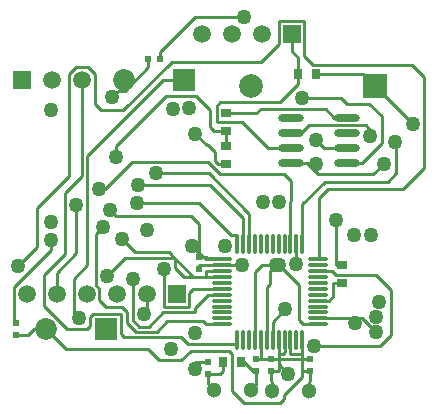
<source format=gtl>
G04 Layer_Physical_Order=1*
G04 Layer_Color=255*
%FSLAX25Y25*%
%MOIN*%
G70*
G01*
G75*
%ADD10O,0.01181X0.07087*%
%ADD11O,0.07087X0.01181*%
%ADD12R,0.02756X0.03543*%
%ADD13R,0.01968X0.02362*%
%ADD14R,0.03543X0.02756*%
%ADD15R,0.02362X0.01968*%
%ADD16O,0.08661X0.02362*%
%ADD17C,0.01000*%
%ADD18C,0.05118*%
%ADD19R,0.05905X0.05905*%
%ADD20C,0.05905*%
%ADD21C,0.07283*%
%ADD22R,0.07283X0.07283*%
%ADD23R,0.07874X0.07874*%
%ADD24C,0.07874*%
%ADD25C,0.05000*%
D10*
X591378Y24512D02*
D03*
X589409D02*
D03*
X587441D02*
D03*
X585472D02*
D03*
X583504D02*
D03*
X581535D02*
D03*
X579567D02*
D03*
X577598D02*
D03*
X575630D02*
D03*
X573661D02*
D03*
X571693D02*
D03*
X569724D02*
D03*
Y56402D02*
D03*
X571693D02*
D03*
X573661D02*
D03*
X575630D02*
D03*
X577598D02*
D03*
X579567D02*
D03*
X581535D02*
D03*
X583504D02*
D03*
X585472D02*
D03*
X587441D02*
D03*
X589409D02*
D03*
X591378D02*
D03*
D11*
X564606Y29630D02*
D03*
Y31598D02*
D03*
Y33567D02*
D03*
Y35535D02*
D03*
Y37504D02*
D03*
Y39472D02*
D03*
Y41441D02*
D03*
Y43409D02*
D03*
Y45378D02*
D03*
Y47346D02*
D03*
Y49315D02*
D03*
Y51283D02*
D03*
X596496D02*
D03*
Y49315D02*
D03*
Y47346D02*
D03*
Y45378D02*
D03*
Y43409D02*
D03*
Y41441D02*
D03*
Y39472D02*
D03*
Y37504D02*
D03*
Y35535D02*
D03*
Y33567D02*
D03*
Y31598D02*
D03*
Y29630D02*
D03*
D12*
X570953Y17000D02*
D03*
X565047D02*
D03*
X590047Y113000D02*
D03*
X595953D02*
D03*
D13*
X557000Y48032D02*
D03*
Y51969D02*
D03*
X594000Y17968D02*
D03*
Y14031D02*
D03*
X581000Y17969D02*
D03*
Y14032D02*
D03*
X576000D02*
D03*
Y17969D02*
D03*
X560000Y13032D02*
D03*
Y16969D02*
D03*
X496000Y29969D02*
D03*
Y26032D02*
D03*
D14*
X604567Y49315D02*
D03*
Y43409D02*
D03*
X566000Y88953D02*
D03*
Y83047D02*
D03*
Y99953D02*
D03*
Y94047D02*
D03*
D15*
X540031Y118000D02*
D03*
X543969D02*
D03*
D16*
X606449Y98500D02*
D03*
Y93500D02*
D03*
Y88500D02*
D03*
Y83500D02*
D03*
X587551Y98500D02*
D03*
Y93500D02*
D03*
Y88500D02*
D03*
Y83500D02*
D03*
D17*
X532155Y107455D02*
X530155D01*
X540031Y115331D02*
X532155Y107455D01*
X495200Y29969D02*
Y42013D01*
X596783Y79713D02*
X592996Y83500D01*
X581000Y18000D02*
X578331D01*
X602700Y49315D02*
Y64500D01*
X611302Y31598D02*
X596496D01*
X597100Y51283D02*
Y71800D01*
X569724Y59400D02*
X567600D01*
X611653Y112938D02*
X595953D01*
X578300Y17969D02*
X577598D01*
X557000Y53415D02*
Y63000D01*
Y53400D02*
Y53415D01*
Y51969D02*
Y53400D01*
Y53415D02*
X554600Y55800D01*
X557723Y52696D02*
X557000Y53415D01*
X558458Y51966D02*
X557723Y52696D01*
X559144Y51283D02*
X558458Y51966D01*
X558431Y51969D01*
X564606Y51283D02*
X558458Y51966D01*
X569724Y22900D02*
X553400D01*
X587441Y56402D02*
Y63741D01*
X587600Y77400D02*
X587441Y63741D01*
X587600Y77400D02*
X585200Y79800D01*
X564000D01*
X560100Y83700D01*
X534600D01*
X525600Y74700D01*
X523600D01*
X516000Y53300D02*
Y69400D01*
Y53300D02*
X509488Y46788D01*
Y39764D02*
Y46788D01*
X503000Y55400D02*
X496600Y49000D01*
X503000Y55400D02*
Y68400D01*
X513700Y79100D02*
X503000Y68400D01*
X513700Y79100D02*
Y113000D01*
X516000Y115300D02*
X513700Y113000D01*
X520000Y115300D02*
X516000D01*
X522300Y113000D02*
X520000Y115300D01*
X522300Y103000D02*
Y113000D01*
X524400Y100900D02*
X522300Y103000D01*
X531700Y100900D02*
X524400D01*
X548000Y117200D02*
X531700Y100900D01*
X577800Y117200D02*
X548000D01*
X583600Y123000D02*
X577800Y117200D01*
X583600Y123000D02*
Y130700D01*
X592100D02*
X583600D01*
X592100Y119000D02*
Y130700D01*
X595000Y116100D02*
X592100Y119000D01*
X628000Y116100D02*
X595000D01*
X632000Y112100D02*
X628000Y116100D01*
X632000Y81700D02*
Y112100D01*
Y81700D02*
X625000Y74700D01*
X600000D01*
X597100Y71800D01*
Y51283D02*
X596496D01*
X560234Y79900D02*
X542600D01*
X573661Y66473D02*
X560234Y79900D01*
X573661Y56402D02*
Y66473D01*
X560750Y75943D02*
X536500D01*
X571693Y65000D02*
X560750Y75943D01*
X571693Y56402D02*
Y65000D01*
X569724Y56402D02*
Y59400D01*
X567600D02*
X557100Y69900D01*
X536435D01*
X564606Y29630D02*
X559400D01*
X558430Y30600D01*
X546350D01*
X542809Y27059D01*
X536000D01*
X533025Y30034D01*
Y33775D01*
X531300Y35500D01*
X526000D01*
X523728Y37772D01*
Y41520D01*
X522661Y42587D01*
Y59661D01*
X525100Y62100D02*
X522661Y59661D01*
X566000Y94047D02*
X562000D01*
X560800Y95247D01*
Y101000D01*
X556000Y105800D01*
X546000D01*
X529300Y89100D01*
Y85300D02*
Y89100D01*
X591100Y93500D02*
X587551D01*
X593600Y96000D02*
X591100Y93500D01*
X612500Y96000D02*
X593600D01*
X614100Y94400D02*
X612500Y96000D01*
X614100Y92400D02*
Y94400D01*
X507600Y54413D02*
Y57700D01*
Y54413D02*
X495200Y42013D01*
X496000Y29969D02*
X495200D01*
X557000Y63000D02*
X554387Y65613D01*
X529387D01*
X527412Y67587D01*
X557000Y53400D02*
X554600Y55800D01*
X564606Y51283D02*
X559144D01*
X558431Y51969D02*
X557000D01*
X564606Y39472D02*
X560000D01*
X555600Y35072D01*
Y33736D02*
Y35072D01*
Y33736D02*
X545124D01*
X540234Y28847D01*
X536966D01*
X534813Y31000D01*
Y44615D01*
X575630Y24512D02*
Y47130D01*
X578000Y49500D02*
X575630Y47130D01*
X583600Y49500D02*
X578000D01*
X590400Y42700D02*
X583600Y49500D01*
X590400Y31000D02*
Y42700D01*
X591770Y29630D02*
X590400Y31000D01*
X596496Y29630D02*
X591770D01*
X583504Y16496D02*
Y24512D01*
X586800Y13200D02*
X583504Y16496D01*
X581535Y24512D02*
Y30535D01*
X585700Y34700D02*
X581535Y30535D01*
X587441Y19600D02*
Y24512D01*
X591400Y19600D02*
X587441D01*
X591400Y14031D02*
Y19600D01*
X594000Y14031D02*
X591400D01*
X585472Y20372D02*
Y24512D01*
Y20372D02*
X585400Y20300D01*
Y19600D02*
Y20300D01*
Y19600D02*
X583700D01*
Y14032D02*
Y19600D01*
Y14032D02*
X581000D01*
X579567Y24512D02*
Y41886D01*
X580724Y43043D02*
X579567Y41886D01*
X580724Y43043D02*
Y47424D01*
X582600Y49300D02*
X580724Y47424D01*
X564606Y47346D02*
X559300D01*
Y45500D02*
Y47346D01*
Y45500D02*
X552000D01*
X549100Y48400D01*
Y51700D01*
X532349D01*
X526449Y45800D01*
X564606Y45378D02*
X555122D01*
X546813Y53687D01*
X535513D01*
X531200Y58000D01*
X591378Y12025D02*
Y24512D01*
Y12025D02*
X585300Y5947D01*
Y4800D02*
Y5947D01*
Y4800D02*
X584000Y3500D01*
X572000D01*
X568000Y7500D01*
Y19800D01*
X567000Y20800D01*
X554261D01*
X551073Y17613D01*
X543711D01*
X539824Y21500D01*
X512500D01*
X506000Y28000D01*
X618552Y83200D02*
X615064Y79713D01*
X596783D01*
X592996Y83500D02*
X587551D01*
X591378Y56402D02*
Y69678D01*
X598900Y77200D02*
X591378Y69678D01*
X620000Y77200D02*
X598900D01*
X622800Y80000D02*
X620000Y77200D01*
X622800Y80000D02*
Y89800D01*
X622300Y90300D01*
X611200Y83500D02*
X606449D01*
X617900Y90200D02*
X611200Y83500D01*
X617900Y90200D02*
Y99000D01*
X613800Y103100D01*
X606400D01*
X604300Y105200D01*
X591300D01*
X552000Y111000D02*
X545000D01*
X519800Y85800D01*
Y49400D02*
Y85800D01*
Y49400D02*
X515200Y44800D01*
Y33400D02*
Y44800D01*
X516900Y31700D02*
X515200Y33400D01*
X539488Y33888D02*
X538600Y33000D01*
X539488Y33888D02*
Y39764D01*
X530155Y107455D02*
X528000Y105300D01*
X540031Y115331D02*
Y118000D01*
X559712Y89246D02*
X555759Y93200D01*
X560014Y89246D02*
X559712D01*
X562261Y87000D02*
X560014Y89246D01*
X562261Y84073D02*
Y87000D01*
X563286Y83047D02*
X562261Y84073D01*
X566000Y83047D02*
X563286D01*
X518000Y79020D02*
Y111000D01*
Y79020D02*
X512213Y73232D01*
Y53013D02*
Y73232D01*
Y53013D02*
X505200Y46000D01*
Y35800D02*
Y46000D01*
X513087Y27913D02*
X505200Y35800D01*
X519600Y27913D02*
X513087D01*
X520687Y29000D02*
X519600Y27913D01*
X520687Y29000D02*
Y32000D01*
X521687Y33000D02*
X520687Y32000D01*
X531000Y33000D02*
X521687D01*
X531000Y26272D02*
Y33000D01*
X532000Y25272D02*
X531000Y26272D01*
X551028Y25272D02*
X532000D01*
X553400Y22900D02*
X551028Y25272D01*
X569724Y22900D02*
Y24512D01*
X543969Y118000D02*
Y120300D01*
X555769Y132100D02*
X543969Y120300D01*
X572100Y132100D02*
X555769D01*
X598500Y88500D02*
X596000Y91000D01*
X606449Y88500D02*
X598500D01*
X576000Y9622D02*
Y14032D01*
Y9622D02*
X574157Y7780D01*
X617300Y22500D02*
X595300D01*
X621000Y26200D02*
X617300Y22500D01*
X621000Y26200D02*
Y41100D01*
X616000Y46100D01*
X602546D01*
X601300Y47346D01*
X596496D01*
X587551Y88500D02*
X580000D01*
X571300Y97200D01*
X562900D01*
Y102500D01*
X564000Y103600D02*
X562900Y102500D01*
X584000Y103600D02*
X564000D01*
X590047Y109647D02*
X584000Y103600D01*
X590047Y109647D02*
Y113000D01*
X595953Y112938D02*
Y113000D01*
X615591Y109000D02*
X611653Y112938D01*
X586100Y17969D02*
X581000D01*
X586100Y17968D02*
X586100Y17969D01*
X594000Y17968D02*
X586100D01*
X555700Y14800D02*
Y16800D01*
X555869Y16969D02*
X555700Y16800D01*
X560000Y16969D02*
X555869D01*
X500032Y26032D02*
X496000D01*
X502000Y28000D02*
X500032Y26032D01*
X506000Y28000D02*
X502000D01*
X560000Y9732D02*
Y13032D01*
X561953Y7780D02*
X560000Y9732D01*
X628200Y96391D02*
X615591Y109000D01*
X564000Y13032D02*
X560000D01*
X565047Y14079D02*
X564000Y13032D01*
X565047Y14079D02*
Y17000D01*
X545248Y35524D02*
Y47900D01*
X553728Y35524D02*
X545248D01*
X553728D02*
Y40169D01*
X555000Y41441D02*
X553728Y40169D01*
X564606Y41441D02*
X555000D01*
X564606Y49315D02*
X557024D01*
X557000Y49291D01*
Y48032D02*
Y49291D01*
X600304Y37504D02*
X596496D01*
X601800Y39000D02*
X600304Y37504D01*
X601800Y39000D02*
Y43409D01*
X604567D02*
X601800D01*
X576053Y99953D02*
X566000D01*
X577500Y101400D02*
X576053Y99953D01*
X599155Y101400D02*
X577500D01*
X602055Y98500D02*
X599155Y101400D01*
X606449Y98500D02*
X602055D01*
X566000Y88953D02*
Y94047D01*
X581000Y10841D02*
Y14032D01*
X581441Y10400D02*
X581000Y10841D01*
X581441Y7386D02*
Y10400D01*
X594000Y10854D02*
Y14031D01*
Y10854D02*
X593646Y10500D01*
Y7386D02*
Y10500D01*
X572032Y17000D02*
X570953D01*
X575000Y14032D02*
X572032Y17000D01*
X576000Y14032D02*
X575000D01*
X587858Y120689D02*
Y126378D01*
X590047Y118500D02*
X587858Y120689D01*
X590047Y113000D02*
Y118500D01*
X615900Y27000D02*
X611302Y31598D01*
X604567Y49315D02*
X602700D01*
X581000Y17969D02*
Y18000D01*
X578331D02*
X578300Y17969D01*
X577598D02*
X576000D01*
X577598D02*
Y24512D01*
X589409Y49858D02*
Y56402D01*
X571150Y49315D02*
X564606D01*
D18*
X581441Y7386D02*
D03*
X593646D02*
D03*
X561953Y7780D02*
D03*
X574157D02*
D03*
D19*
X498000Y111000D02*
D03*
X549488Y39764D02*
D03*
X587858Y126378D02*
D03*
D20*
X508000Y111000D02*
D03*
X518000D02*
D03*
X499488Y39764D02*
D03*
X509488D02*
D03*
X519488D02*
D03*
X529488D02*
D03*
X539488D02*
D03*
X577858Y126378D02*
D03*
X567858D02*
D03*
X557858D02*
D03*
D21*
X532000Y111000D02*
D03*
X506000Y28000D02*
D03*
D22*
X552000Y111000D02*
D03*
X526000Y28000D02*
D03*
D23*
X615591Y109000D02*
D03*
D24*
X574410D02*
D03*
D25*
X523600Y74700D02*
D03*
X516000Y69400D02*
D03*
X496600Y49000D02*
D03*
X542600Y79900D02*
D03*
X536500Y75943D02*
D03*
X536435Y69900D02*
D03*
X525100Y62100D02*
D03*
X529300Y85300D02*
D03*
X614100Y92400D02*
D03*
X596090Y83200D02*
D03*
X507600Y57700D02*
D03*
X527412Y67587D02*
D03*
X554600Y55800D02*
D03*
X534813Y44615D02*
D03*
X583600Y49500D02*
D03*
X586800Y13200D02*
D03*
X585700Y34700D02*
D03*
X582600Y49300D02*
D03*
X526449Y45800D02*
D03*
X531200Y58000D02*
D03*
X618552Y83200D02*
D03*
X622300Y90300D02*
D03*
X591300Y105200D02*
D03*
X516900Y31700D02*
D03*
X538600Y33000D02*
D03*
X528000Y105300D02*
D03*
X555759Y93200D02*
D03*
X572100Y132100D02*
D03*
X596000Y91000D02*
D03*
X547499Y21400D02*
D03*
X595300Y22500D02*
D03*
X609120Y30000D02*
D03*
X555700Y14800D02*
D03*
X548465Y101346D02*
D03*
X553753Y101546D02*
D03*
X555653Y26780D02*
D03*
X608600Y59380D02*
D03*
X583727Y70400D02*
D03*
X578327D02*
D03*
X628200Y96391D02*
D03*
X539798Y61000D02*
D03*
X545248Y47900D02*
D03*
X507551Y63646D02*
D03*
X565780Y55600D02*
D03*
X615900Y27000D02*
D03*
X602700Y64500D02*
D03*
X615882Y32094D02*
D03*
X617118Y37094D02*
D03*
X614260Y59520D02*
D03*
X589409Y49858D02*
D03*
X571150Y49315D02*
D03*
X507551Y100953D02*
D03*
M02*

</source>
